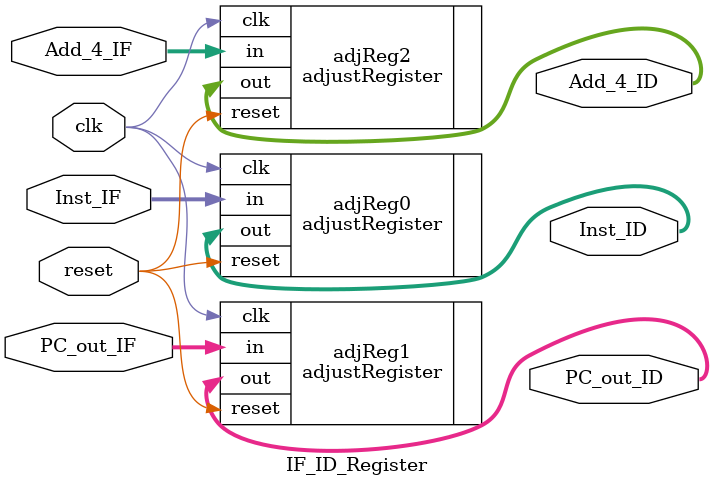
<source format=sv>
`timescale 1ns/10ps

module IF_ID_Register(Inst_ID, PC_out_ID, Add_4_ID, Inst_IF, PC_out_IF, Add_4_IF, clk, reset);
	output logic [31:0]Inst_ID;
	output logic [63:0]PC_out_ID, Add_4_ID;
	input logic [31:0]Inst_IF;
	input logic [63:0]PC_out_IF, Add_4_IF;
	input logic clk, reset;
	
	adjustRegister #(32) adjReg0 (.out(Inst_ID), .in(Inst_IF), .reset, .clk);
	
	adjustRegister #(64) adjReg1 (.out(PC_out_ID), .in(PC_out_IF), .reset, .clk);
	// reset when flush is true
	adjustRegister #(64) adjReg2 (.out(Add_4_ID), .in(Add_4_IF), .reset, .clk);
endmodule

</source>
